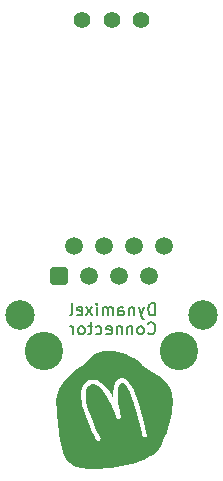
<source format=gbr>
%TF.GenerationSoftware,KiCad,Pcbnew,7.0.5-0*%
%TF.CreationDate,2024-07-28T13:55:19+02:00*%
%TF.ProjectId,rj45-dynamixel-adapter,726a3435-2d64-4796-9e61-6d6978656c2d,rev?*%
%TF.SameCoordinates,Original*%
%TF.FileFunction,Soldermask,Bot*%
%TF.FilePolarity,Negative*%
%FSLAX46Y46*%
G04 Gerber Fmt 4.6, Leading zero omitted, Abs format (unit mm)*
G04 Created by KiCad (PCBNEW 7.0.5-0) date 2024-07-28 13:55:19*
%MOMM*%
%LPD*%
G01*
G04 APERTURE LIST*
G04 Aperture macros list*
%AMRoundRect*
0 Rectangle with rounded corners*
0 $1 Rounding radius*
0 $2 $3 $4 $5 $6 $7 $8 $9 X,Y pos of 4 corners*
0 Add a 4 corners polygon primitive as box body*
4,1,4,$2,$3,$4,$5,$6,$7,$8,$9,$2,$3,0*
0 Add four circle primitives for the rounded corners*
1,1,$1+$1,$2,$3*
1,1,$1+$1,$4,$5*
1,1,$1+$1,$6,$7*
1,1,$1+$1,$8,$9*
0 Add four rect primitives between the rounded corners*
20,1,$1+$1,$2,$3,$4,$5,0*
20,1,$1+$1,$4,$5,$6,$7,0*
20,1,$1+$1,$6,$7,$8,$9,0*
20,1,$1+$1,$8,$9,$2,$3,0*%
G04 Aperture macros list end*
%ADD10C,0.150000*%
%ADD11C,3.250000*%
%ADD12RoundRect,0.250500X-0.499500X-0.499500X0.499500X-0.499500X0.499500X0.499500X-0.499500X0.499500X0*%
%ADD13C,1.500000*%
%ADD14C,2.500000*%
%ADD15C,1.397000*%
G04 APERTURE END LIST*
D10*
X154663220Y-109009819D02*
X154663220Y-108009819D01*
X154663220Y-108009819D02*
X154425125Y-108009819D01*
X154425125Y-108009819D02*
X154282268Y-108057438D01*
X154282268Y-108057438D02*
X154187030Y-108152676D01*
X154187030Y-108152676D02*
X154139411Y-108247914D01*
X154139411Y-108247914D02*
X154091792Y-108438390D01*
X154091792Y-108438390D02*
X154091792Y-108581247D01*
X154091792Y-108581247D02*
X154139411Y-108771723D01*
X154139411Y-108771723D02*
X154187030Y-108866961D01*
X154187030Y-108866961D02*
X154282268Y-108962200D01*
X154282268Y-108962200D02*
X154425125Y-109009819D01*
X154425125Y-109009819D02*
X154663220Y-109009819D01*
X153758458Y-108343152D02*
X153520363Y-109009819D01*
X153282268Y-108343152D02*
X153520363Y-109009819D01*
X153520363Y-109009819D02*
X153615601Y-109247914D01*
X153615601Y-109247914D02*
X153663220Y-109295533D01*
X153663220Y-109295533D02*
X153758458Y-109343152D01*
X152901315Y-108343152D02*
X152901315Y-109009819D01*
X152901315Y-108438390D02*
X152853696Y-108390771D01*
X152853696Y-108390771D02*
X152758458Y-108343152D01*
X152758458Y-108343152D02*
X152615601Y-108343152D01*
X152615601Y-108343152D02*
X152520363Y-108390771D01*
X152520363Y-108390771D02*
X152472744Y-108486009D01*
X152472744Y-108486009D02*
X152472744Y-109009819D01*
X151567982Y-109009819D02*
X151567982Y-108486009D01*
X151567982Y-108486009D02*
X151615601Y-108390771D01*
X151615601Y-108390771D02*
X151710839Y-108343152D01*
X151710839Y-108343152D02*
X151901315Y-108343152D01*
X151901315Y-108343152D02*
X151996553Y-108390771D01*
X151567982Y-108962200D02*
X151663220Y-109009819D01*
X151663220Y-109009819D02*
X151901315Y-109009819D01*
X151901315Y-109009819D02*
X151996553Y-108962200D01*
X151996553Y-108962200D02*
X152044172Y-108866961D01*
X152044172Y-108866961D02*
X152044172Y-108771723D01*
X152044172Y-108771723D02*
X151996553Y-108676485D01*
X151996553Y-108676485D02*
X151901315Y-108628866D01*
X151901315Y-108628866D02*
X151663220Y-108628866D01*
X151663220Y-108628866D02*
X151567982Y-108581247D01*
X151091791Y-109009819D02*
X151091791Y-108343152D01*
X151091791Y-108438390D02*
X151044172Y-108390771D01*
X151044172Y-108390771D02*
X150948934Y-108343152D01*
X150948934Y-108343152D02*
X150806077Y-108343152D01*
X150806077Y-108343152D02*
X150710839Y-108390771D01*
X150710839Y-108390771D02*
X150663220Y-108486009D01*
X150663220Y-108486009D02*
X150663220Y-109009819D01*
X150663220Y-108486009D02*
X150615601Y-108390771D01*
X150615601Y-108390771D02*
X150520363Y-108343152D01*
X150520363Y-108343152D02*
X150377506Y-108343152D01*
X150377506Y-108343152D02*
X150282267Y-108390771D01*
X150282267Y-108390771D02*
X150234648Y-108486009D01*
X150234648Y-108486009D02*
X150234648Y-109009819D01*
X149758458Y-109009819D02*
X149758458Y-108343152D01*
X149758458Y-108009819D02*
X149806077Y-108057438D01*
X149806077Y-108057438D02*
X149758458Y-108105057D01*
X149758458Y-108105057D02*
X149710839Y-108057438D01*
X149710839Y-108057438D02*
X149758458Y-108009819D01*
X149758458Y-108009819D02*
X149758458Y-108105057D01*
X149377506Y-109009819D02*
X148853697Y-108343152D01*
X149377506Y-108343152D02*
X148853697Y-109009819D01*
X148091792Y-108962200D02*
X148187030Y-109009819D01*
X148187030Y-109009819D02*
X148377506Y-109009819D01*
X148377506Y-109009819D02*
X148472744Y-108962200D01*
X148472744Y-108962200D02*
X148520363Y-108866961D01*
X148520363Y-108866961D02*
X148520363Y-108486009D01*
X148520363Y-108486009D02*
X148472744Y-108390771D01*
X148472744Y-108390771D02*
X148377506Y-108343152D01*
X148377506Y-108343152D02*
X148187030Y-108343152D01*
X148187030Y-108343152D02*
X148091792Y-108390771D01*
X148091792Y-108390771D02*
X148044173Y-108486009D01*
X148044173Y-108486009D02*
X148044173Y-108581247D01*
X148044173Y-108581247D02*
X148520363Y-108676485D01*
X147472744Y-109009819D02*
X147567982Y-108962200D01*
X147567982Y-108962200D02*
X147615601Y-108866961D01*
X147615601Y-108866961D02*
X147615601Y-108009819D01*
X154091792Y-110524580D02*
X154139411Y-110572200D01*
X154139411Y-110572200D02*
X154282268Y-110619819D01*
X154282268Y-110619819D02*
X154377506Y-110619819D01*
X154377506Y-110619819D02*
X154520363Y-110572200D01*
X154520363Y-110572200D02*
X154615601Y-110476961D01*
X154615601Y-110476961D02*
X154663220Y-110381723D01*
X154663220Y-110381723D02*
X154710839Y-110191247D01*
X154710839Y-110191247D02*
X154710839Y-110048390D01*
X154710839Y-110048390D02*
X154663220Y-109857914D01*
X154663220Y-109857914D02*
X154615601Y-109762676D01*
X154615601Y-109762676D02*
X154520363Y-109667438D01*
X154520363Y-109667438D02*
X154377506Y-109619819D01*
X154377506Y-109619819D02*
X154282268Y-109619819D01*
X154282268Y-109619819D02*
X154139411Y-109667438D01*
X154139411Y-109667438D02*
X154091792Y-109715057D01*
X153520363Y-110619819D02*
X153615601Y-110572200D01*
X153615601Y-110572200D02*
X153663220Y-110524580D01*
X153663220Y-110524580D02*
X153710839Y-110429342D01*
X153710839Y-110429342D02*
X153710839Y-110143628D01*
X153710839Y-110143628D02*
X153663220Y-110048390D01*
X153663220Y-110048390D02*
X153615601Y-110000771D01*
X153615601Y-110000771D02*
X153520363Y-109953152D01*
X153520363Y-109953152D02*
X153377506Y-109953152D01*
X153377506Y-109953152D02*
X153282268Y-110000771D01*
X153282268Y-110000771D02*
X153234649Y-110048390D01*
X153234649Y-110048390D02*
X153187030Y-110143628D01*
X153187030Y-110143628D02*
X153187030Y-110429342D01*
X153187030Y-110429342D02*
X153234649Y-110524580D01*
X153234649Y-110524580D02*
X153282268Y-110572200D01*
X153282268Y-110572200D02*
X153377506Y-110619819D01*
X153377506Y-110619819D02*
X153520363Y-110619819D01*
X152758458Y-109953152D02*
X152758458Y-110619819D01*
X152758458Y-110048390D02*
X152710839Y-110000771D01*
X152710839Y-110000771D02*
X152615601Y-109953152D01*
X152615601Y-109953152D02*
X152472744Y-109953152D01*
X152472744Y-109953152D02*
X152377506Y-110000771D01*
X152377506Y-110000771D02*
X152329887Y-110096009D01*
X152329887Y-110096009D02*
X152329887Y-110619819D01*
X151853696Y-109953152D02*
X151853696Y-110619819D01*
X151853696Y-110048390D02*
X151806077Y-110000771D01*
X151806077Y-110000771D02*
X151710839Y-109953152D01*
X151710839Y-109953152D02*
X151567982Y-109953152D01*
X151567982Y-109953152D02*
X151472744Y-110000771D01*
X151472744Y-110000771D02*
X151425125Y-110096009D01*
X151425125Y-110096009D02*
X151425125Y-110619819D01*
X150567982Y-110572200D02*
X150663220Y-110619819D01*
X150663220Y-110619819D02*
X150853696Y-110619819D01*
X150853696Y-110619819D02*
X150948934Y-110572200D01*
X150948934Y-110572200D02*
X150996553Y-110476961D01*
X150996553Y-110476961D02*
X150996553Y-110096009D01*
X150996553Y-110096009D02*
X150948934Y-110000771D01*
X150948934Y-110000771D02*
X150853696Y-109953152D01*
X150853696Y-109953152D02*
X150663220Y-109953152D01*
X150663220Y-109953152D02*
X150567982Y-110000771D01*
X150567982Y-110000771D02*
X150520363Y-110096009D01*
X150520363Y-110096009D02*
X150520363Y-110191247D01*
X150520363Y-110191247D02*
X150996553Y-110286485D01*
X149663220Y-110572200D02*
X149758458Y-110619819D01*
X149758458Y-110619819D02*
X149948934Y-110619819D01*
X149948934Y-110619819D02*
X150044172Y-110572200D01*
X150044172Y-110572200D02*
X150091791Y-110524580D01*
X150091791Y-110524580D02*
X150139410Y-110429342D01*
X150139410Y-110429342D02*
X150139410Y-110143628D01*
X150139410Y-110143628D02*
X150091791Y-110048390D01*
X150091791Y-110048390D02*
X150044172Y-110000771D01*
X150044172Y-110000771D02*
X149948934Y-109953152D01*
X149948934Y-109953152D02*
X149758458Y-109953152D01*
X149758458Y-109953152D02*
X149663220Y-110000771D01*
X149377505Y-109953152D02*
X148996553Y-109953152D01*
X149234648Y-109619819D02*
X149234648Y-110476961D01*
X149234648Y-110476961D02*
X149187029Y-110572200D01*
X149187029Y-110572200D02*
X149091791Y-110619819D01*
X149091791Y-110619819D02*
X148996553Y-110619819D01*
X148520362Y-110619819D02*
X148615600Y-110572200D01*
X148615600Y-110572200D02*
X148663219Y-110524580D01*
X148663219Y-110524580D02*
X148710838Y-110429342D01*
X148710838Y-110429342D02*
X148710838Y-110143628D01*
X148710838Y-110143628D02*
X148663219Y-110048390D01*
X148663219Y-110048390D02*
X148615600Y-110000771D01*
X148615600Y-110000771D02*
X148520362Y-109953152D01*
X148520362Y-109953152D02*
X148377505Y-109953152D01*
X148377505Y-109953152D02*
X148282267Y-110000771D01*
X148282267Y-110000771D02*
X148234648Y-110048390D01*
X148234648Y-110048390D02*
X148187029Y-110143628D01*
X148187029Y-110143628D02*
X148187029Y-110429342D01*
X148187029Y-110429342D02*
X148234648Y-110524580D01*
X148234648Y-110524580D02*
X148282267Y-110572200D01*
X148282267Y-110572200D02*
X148377505Y-110619819D01*
X148377505Y-110619819D02*
X148520362Y-110619819D01*
X147758457Y-110619819D02*
X147758457Y-109953152D01*
X147758457Y-110143628D02*
X147710838Y-110048390D01*
X147710838Y-110048390D02*
X147663219Y-110000771D01*
X147663219Y-110000771D02*
X147567981Y-109953152D01*
X147567981Y-109953152D02*
X147472743Y-109953152D01*
%TO.C,G\u002A\u002A\u002A*%
G36*
X155481995Y-119396078D02*
G01*
X155275223Y-119842846D01*
X155255735Y-119882403D01*
X155168260Y-120054365D01*
X155090213Y-120196624D01*
X155017940Y-120314856D01*
X154947785Y-120414737D01*
X154876094Y-120501943D01*
X154799212Y-120582150D01*
X154726828Y-120649026D01*
X154524284Y-120807650D01*
X154286493Y-120959646D01*
X154015881Y-121104298D01*
X153714876Y-121240888D01*
X153385904Y-121368699D01*
X153031394Y-121487013D01*
X152653772Y-121595114D01*
X152255466Y-121692283D01*
X151838902Y-121777804D01*
X151406508Y-121850959D01*
X150960710Y-121911031D01*
X150503937Y-121957303D01*
X150038616Y-121989057D01*
X149933484Y-121993136D01*
X149793497Y-121996148D01*
X149634226Y-121997761D01*
X149464006Y-121998028D01*
X149291173Y-121997000D01*
X149124062Y-121994729D01*
X148971008Y-121991266D01*
X148840347Y-121986665D01*
X148740413Y-121980976D01*
X148546649Y-121962692D01*
X148332347Y-121931067D01*
X148144167Y-121887977D01*
X147975353Y-121831463D01*
X147819146Y-121759565D01*
X147668788Y-121670326D01*
X147627866Y-121641930D01*
X147502650Y-121540118D01*
X147376581Y-121418395D01*
X147261109Y-121288379D01*
X147167679Y-121161692D01*
X147099498Y-121049474D01*
X146982065Y-120816839D01*
X146876917Y-120552598D01*
X146783541Y-120255227D01*
X146701428Y-119923197D01*
X146630066Y-119554982D01*
X146627153Y-119537695D01*
X146607089Y-119406958D01*
X146585093Y-119245975D01*
X146561612Y-119059346D01*
X146537091Y-118851674D01*
X146511976Y-118627562D01*
X146486712Y-118391612D01*
X146461746Y-118148426D01*
X146437521Y-117902606D01*
X146414486Y-117658755D01*
X146393084Y-117421475D01*
X146373761Y-117195368D01*
X146356964Y-116985036D01*
X146343138Y-116795082D01*
X146332728Y-116630108D01*
X146326181Y-116494716D01*
X146323941Y-116393509D01*
X146331243Y-116168335D01*
X146368738Y-115851887D01*
X146387211Y-115773327D01*
X148409552Y-115773327D01*
X148423014Y-116042422D01*
X148463467Y-116338728D01*
X148530773Y-116661758D01*
X148624800Y-117011027D01*
X148745411Y-117386048D01*
X148892472Y-117786336D01*
X149065848Y-118211405D01*
X149265405Y-118660769D01*
X149284519Y-118702049D01*
X149358412Y-118858209D01*
X149432891Y-119010708D01*
X149505554Y-119154990D01*
X149573998Y-119286500D01*
X149635821Y-119400685D01*
X149688620Y-119492988D01*
X149729992Y-119558855D01*
X149757535Y-119593730D01*
X149807526Y-119624214D01*
X149879532Y-119635135D01*
X149952022Y-119618725D01*
X150015526Y-119579280D01*
X150060573Y-119521097D01*
X150077693Y-119448473D01*
X150075745Y-119440834D01*
X150059722Y-119401166D01*
X150029270Y-119333200D01*
X149986494Y-119241425D01*
X149933501Y-119130329D01*
X149872399Y-119004399D01*
X149805292Y-118868123D01*
X149721440Y-118696995D01*
X149509601Y-118243152D01*
X149325362Y-117814154D01*
X149168819Y-117410303D01*
X149040071Y-117031902D01*
X148939216Y-116679253D01*
X148866352Y-116352659D01*
X148821577Y-116052422D01*
X148804988Y-115778846D01*
X148810651Y-115582327D01*
X148833732Y-115407652D01*
X148875524Y-115260395D01*
X148937212Y-115136439D01*
X149019978Y-115031666D01*
X149093413Y-114965352D01*
X149195423Y-114904553D01*
X149311866Y-114870928D01*
X149452462Y-114860631D01*
X149506270Y-114861029D01*
X149575825Y-114865035D01*
X149631556Y-114876653D01*
X149689346Y-114899840D01*
X149765077Y-114938555D01*
X149857845Y-114995166D01*
X150003742Y-115111085D01*
X150154864Y-115261703D01*
X150309346Y-115444924D01*
X150465324Y-115658653D01*
X150620935Y-115900793D01*
X150620938Y-115900797D01*
X150719387Y-116071490D01*
X150820071Y-116262582D01*
X150924300Y-116476964D01*
X151033387Y-116717528D01*
X151148641Y-116987166D01*
X151271374Y-117288770D01*
X151402898Y-117625230D01*
X151447389Y-117703412D01*
X151510423Y-117755918D01*
X151583407Y-117775838D01*
X151659691Y-117761441D01*
X151732625Y-117710997D01*
X151751722Y-117690466D01*
X151770317Y-117658571D01*
X151775848Y-117616724D01*
X151771813Y-117550599D01*
X151769916Y-117533252D01*
X151759650Y-117462702D01*
X151743510Y-117367892D01*
X151723296Y-117259084D01*
X151700813Y-117146538D01*
X151688647Y-117087027D01*
X151627423Y-116755032D01*
X151580696Y-116440189D01*
X151548443Y-116144635D01*
X151530640Y-115870504D01*
X151527266Y-115619932D01*
X151538297Y-115395053D01*
X151563710Y-115198003D01*
X151603482Y-115030918D01*
X151657591Y-114895933D01*
X151726013Y-114795182D01*
X151783656Y-114742631D01*
X151856673Y-114708701D01*
X151931645Y-114711923D01*
X152011116Y-114752541D01*
X152097628Y-114830798D01*
X152182677Y-114931663D01*
X152295145Y-115095223D01*
X152408674Y-115294476D01*
X152523383Y-115529753D01*
X152639391Y-115801387D01*
X152756817Y-116109710D01*
X152875780Y-116455053D01*
X152996397Y-116837748D01*
X153118788Y-117258127D01*
X153243071Y-117716523D01*
X153369365Y-118213268D01*
X153497788Y-118748692D01*
X153502111Y-118767204D01*
X153536497Y-118913313D01*
X153564010Y-119026689D01*
X153586207Y-119112176D01*
X153604643Y-119174621D01*
X153620875Y-119218869D01*
X153636459Y-119249765D01*
X153652951Y-119272155D01*
X153671907Y-119290884D01*
X153674055Y-119292787D01*
X153745180Y-119335441D01*
X153819825Y-119339904D01*
X153901286Y-119306397D01*
X153924082Y-119292179D01*
X153945919Y-119275729D01*
X153962685Y-119256160D01*
X153974002Y-119230303D01*
X153979491Y-119194989D01*
X153978775Y-119147049D01*
X153971475Y-119083317D01*
X153957213Y-119000624D01*
X153935611Y-118895800D01*
X153906291Y-118765679D01*
X153868874Y-118607092D01*
X153822982Y-118416870D01*
X153768238Y-118191846D01*
X153645354Y-117702049D01*
X153516024Y-117219248D01*
X153387823Y-116774853D01*
X153260608Y-116368530D01*
X153134236Y-115999946D01*
X153008567Y-115668769D01*
X152883457Y-115374666D01*
X152758765Y-115117303D01*
X152634349Y-114896349D01*
X152510065Y-114711469D01*
X152385773Y-114562331D01*
X152261330Y-114448601D01*
X152136594Y-114369948D01*
X151998557Y-114322031D01*
X151858668Y-114311139D01*
X151721886Y-114336498D01*
X151592156Y-114396835D01*
X151473424Y-114490879D01*
X151369634Y-114617357D01*
X151329199Y-114681859D01*
X151271297Y-114794836D01*
X151225452Y-114917628D01*
X151190319Y-115056016D01*
X151164552Y-115215777D01*
X151146808Y-115402692D01*
X151135741Y-115622538D01*
X151123000Y-115993769D01*
X151036876Y-115837461D01*
X151005088Y-115780571D01*
X150840072Y-115509022D01*
X150667919Y-115263302D01*
X150490892Y-115046016D01*
X150311257Y-114859769D01*
X150131277Y-114707165D01*
X149953216Y-114590809D01*
X149818858Y-114528168D01*
X149634969Y-114476057D01*
X149449830Y-114458694D01*
X149267856Y-114474752D01*
X149093461Y-114522904D01*
X148931058Y-114601822D01*
X148785062Y-114710178D01*
X148659887Y-114846644D01*
X148559946Y-115009894D01*
X148507548Y-115131741D01*
X148465795Y-115267873D01*
X148436267Y-115420599D01*
X148416304Y-115600851D01*
X148409552Y-115773327D01*
X146387211Y-115773327D01*
X146439178Y-115552328D01*
X146543786Y-115266509D01*
X146683784Y-114991281D01*
X146860397Y-114723494D01*
X147074846Y-114460000D01*
X147116811Y-114413650D01*
X147206302Y-114319782D01*
X147304094Y-114224161D01*
X147414128Y-114123328D01*
X147540341Y-114013823D01*
X147686675Y-113892184D01*
X147857069Y-113754952D01*
X148055462Y-113598666D01*
X148188917Y-113494211D01*
X148341201Y-113374238D01*
X148470174Y-113271317D01*
X148580248Y-113181661D01*
X148675837Y-113101484D01*
X148761356Y-113026997D01*
X148841218Y-112954416D01*
X148919837Y-112879952D01*
X149001627Y-112799820D01*
X149091000Y-112710233D01*
X149120840Y-112680141D01*
X149228017Y-112573231D01*
X149315306Y-112488996D01*
X149388261Y-112422800D01*
X149452439Y-112370012D01*
X149513392Y-112325996D01*
X149576676Y-112286121D01*
X149647846Y-112245753D01*
X149816003Y-112165410D01*
X150063523Y-112082245D01*
X150331264Y-112028233D01*
X150616139Y-112003154D01*
X150915061Y-112006792D01*
X151224942Y-112038928D01*
X151542695Y-112099344D01*
X151865232Y-112187822D01*
X152189467Y-112304143D01*
X152512312Y-112448090D01*
X152643148Y-112514361D01*
X152905900Y-112662704D01*
X153145003Y-112821642D01*
X153371045Y-112998539D01*
X153594616Y-113200759D01*
X153662691Y-113265794D01*
X153805347Y-113397679D01*
X153933496Y-113507951D01*
X154054944Y-113602082D01*
X154177495Y-113685546D01*
X154308955Y-113763816D01*
X154457128Y-113842363D01*
X154629819Y-113926663D01*
X154737356Y-113978427D01*
X154846830Y-114032592D01*
X154943829Y-114082050D01*
X155020696Y-114122891D01*
X155069770Y-114151205D01*
X155138156Y-114200075D01*
X155242354Y-114288420D01*
X155356786Y-114397711D01*
X155475251Y-114521170D01*
X155591548Y-114652016D01*
X155699476Y-114783470D01*
X155792834Y-114908753D01*
X155865421Y-115021085D01*
X155944800Y-115171371D01*
X156030609Y-115380266D01*
X156095512Y-115605071D01*
X156140586Y-115850654D01*
X156166905Y-116121880D01*
X156175547Y-116423615D01*
X156172974Y-116602220D01*
X156159490Y-116852178D01*
X156133430Y-117103393D01*
X156093644Y-117364325D01*
X156038984Y-117643436D01*
X155968300Y-117949187D01*
X155939439Y-118063783D01*
X155810097Y-118517490D01*
X155658951Y-118957941D01*
X155563211Y-119194989D01*
X155481995Y-119396078D01*
G37*
%TD*%
D11*
%TO.C,J3*%
X145285000Y-112010000D03*
X156715000Y-112010000D03*
D12*
X146560000Y-105650000D03*
D13*
X147820000Y-103110000D03*
X149100000Y-105650000D03*
X150360000Y-103110000D03*
X151640000Y-105650000D03*
X152900000Y-103110000D03*
X154180000Y-105650000D03*
X155440000Y-103110000D03*
D14*
X143255000Y-108960000D03*
X158745000Y-108960000D03*
%TD*%
D15*
%TO.C,J1*%
X153500000Y-84000000D03*
X151000000Y-84000000D03*
X148500000Y-84000000D03*
%TD*%
M02*

</source>
